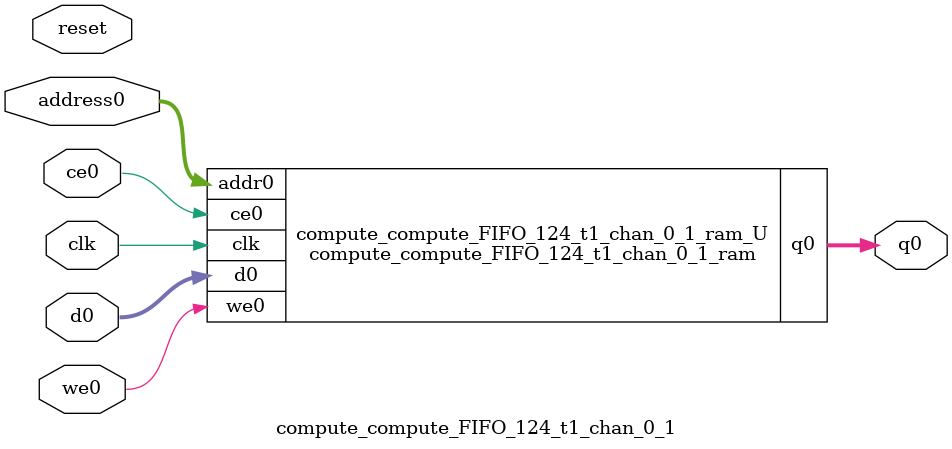
<source format=v>
`timescale 1 ns / 1 ps
module compute_compute_FIFO_124_t1_chan_0_1_ram (addr0, ce0, d0, we0, q0,  clk);

parameter DWIDTH = 32;
parameter AWIDTH = 7;
parameter MEM_SIZE = 124;

input[AWIDTH-1:0] addr0;
input ce0;
input[DWIDTH-1:0] d0;
input we0;
output reg[DWIDTH-1:0] q0;
input clk;

(* ram_style = "block" *)reg [DWIDTH-1:0] ram[0:MEM_SIZE-1];




always @(posedge clk)  
begin 
    if (ce0) begin
        if (we0) 
            ram[addr0] <= d0; 
        q0 <= ram[addr0];
    end
end


endmodule

`timescale 1 ns / 1 ps
module compute_compute_FIFO_124_t1_chan_0_1(
    reset,
    clk,
    address0,
    ce0,
    we0,
    d0,
    q0);

parameter DataWidth = 32'd32;
parameter AddressRange = 32'd124;
parameter AddressWidth = 32'd7;
input reset;
input clk;
input[AddressWidth - 1:0] address0;
input ce0;
input we0;
input[DataWidth - 1:0] d0;
output[DataWidth - 1:0] q0;



compute_compute_FIFO_124_t1_chan_0_1_ram compute_compute_FIFO_124_t1_chan_0_1_ram_U(
    .clk( clk ),
    .addr0( address0 ),
    .ce0( ce0 ),
    .we0( we0 ),
    .d0( d0 ),
    .q0( q0 ));

endmodule


</source>
